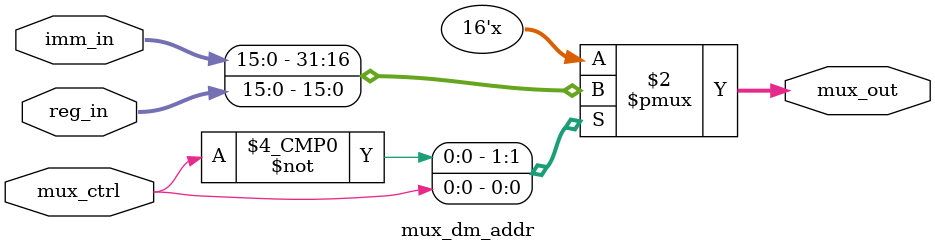
<source format=v>
module mux_PCinput(input [15:0] mux_in1,input [15:0] mux_in2,input mux_ctrl,output [15:0] mux_out);
    reg [15:0] mux_out;
    always@(*)begin
        case(mux_ctrl)
            1'b0:mux_out=mux_in1;
            1'b1:mux_out=mux_in2;
        endcase
    end
endmodule

module mux_imm_or_dm1(input [15:0] imm_in,input [31:0] dm_in,input mux_ctrl,output [15:0] mux_out); //for PC
    reg [15:0] mux_out;
    always@(*)begin
        case(mux_ctrl)
            1'b0:mux_out=imm_in;
            1'b1:mux_out=dm_in[15:0];
        endcase
    end
endmodule

module mux_assign_PC(
    input [15:0] imm_in,
    input [31:0] dm_in,
    input [31:0] reg_in,
    input [31:0] alu_in,
    input [1:0] mux_ctrl,
    output [15:0] mux_out); //for PC

    reg [15:0] mux_out;
    always@(*)begin
        case(mux_ctrl)
            2'b00:mux_out=imm_in;
            2'b01:mux_out=dm_in[15:0];
            2'b10:mux_out=reg_in[15:0];
            2'b11:mux_out=alu_in[15:0];
        endcase
    end
endmodule

module mux_four_or_not(input [15:0] leap,input mux_ctrl,output [15:0] mux_out); //for PC
    reg [15:0] mux_out;
    always@(*)begin
        case(mux_ctrl)
            1'b0:mux_out=16'b0000000000000001;
            1'b1:mux_out=leap[15:0];
        endcase
    end
endmodule

module mux_reg2_or_imm(input [31:0] reg2,input [31:0] imm,input mux_ctrl,output [31:0] mux_out); //for RF output (alu input)
    reg [31:0] mux_out;
    always @(*) begin
        case(mux_ctrl)
            1'b0:mux_out=reg2;
            1'b1:mux_out=imm;
        endcase
    end
endmodule

module mux_RF_write_data (input [31:0] alu_in,input [31:0] imm_in,input [31:0] dm_in, input [1:0] mux_ctrl,output [31:0] mux_out); //for RF input
    reg [31:0] mux_out;
    always @(*) begin
        case(mux_ctrl)
            2'b00:mux_out=alu_in;
            2'b01:mux_out=alu_in;
            2'b10:mux_out=imm_in;
            2'b11:mux_out=dm_in;
        endcase
    end
endmodule
/*
module mux_imm_or_dm3(input [31:0] imm_in,input [31:0] dm_in,input mux_ctrl,output [31:0] mux_out); //for RF input
    reg [31:0] mux_out;
    always@(*)begin
        case(mux_ctrl)
            1'b0:mux_out=imm_in;
            1'b1:mux_out=dm_in;
        endcase
    end
endmodule
*/
module mux_if_alu_ctrl_pc (input [31:0] aluoutput,input mux_ctrl,output mux_out);
    reg mux_out;
    always@(*)begin
        case(mux_ctrl)
            1'b0:mux_out=1'b1;
            1'b1:mux_out=aluoutput[0];
        endcase
    end
endmodule

module mux_RF_in (input [4:0] ins1915,input [4:0] ins2420,input[4:0] ins2925,input [1:0] mux_ctrl,output [4:0] mux_out);
    reg [4:0] mux_out;
    always@(*)begin
        case(mux_ctrl)
            2'b00:mux_out=ins1915;
            2'b01:mux_out=ins1915;
            2'b10:mux_out=ins2420;
            2'b11:mux_out=ins2925;
        endcase
    end
endmodule

module mux_dm_addr(input[15:0] imm_in, input[15:0] reg_in, input mux_ctrl, output[15:0] mux_out);
    reg [15:0] mux_out;
    always @(*) begin
        case(mux_ctrl)
            1'b0:mux_out=imm_in;
            1'b1:mux_out=reg_in;
        endcase
    end
endmodule
</source>
